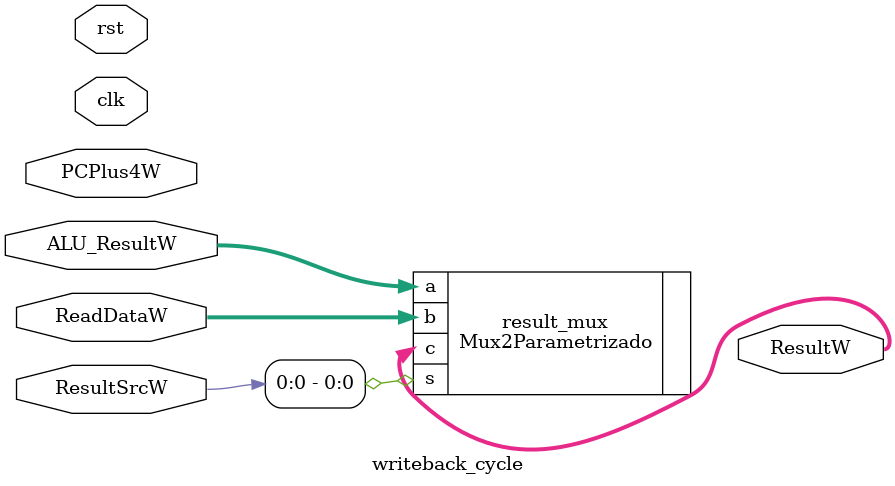
<source format=sv>
module writeback_cycle(
	input clk, 
	input rst, 
	input [1:0] ResultSrcW, 
	input [17:0] PCPlus4W, 
	input [17:0] ALU_ResultW, 
	input [17:0] ReadDataW, 
	output [17:0] ResultW
);


// Declaration of Module
Mux2Parametrizado #(18) result_mux (    
                .a(ALU_ResultW),
                .b(ReadDataW),
					 //.c(PCPlus4W),
                .s(ResultSrcW[0]),
					 .c(ResultW)
                );
endmodule 
</source>
